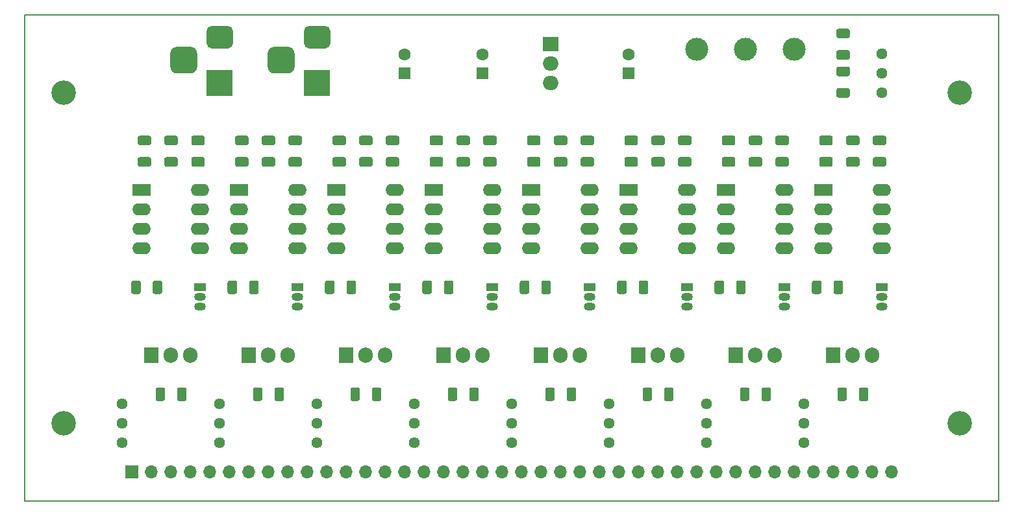
<source format=gbr>
G04 #@! TF.GenerationSoftware,KiCad,Pcbnew,5.1.8+dfsg1-1+b1*
G04 #@! TF.CreationDate,2021-05-07T12:02:56-05:00*
G04 #@! TF.ProjectId,potentiosynth,706f7465-6e74-4696-9f73-796e74682e6b,A*
G04 #@! TF.SameCoordinates,Original*
G04 #@! TF.FileFunction,Soldermask,Top*
G04 #@! TF.FilePolarity,Negative*
%FSLAX46Y46*%
G04 Gerber Fmt 4.6, Leading zero omitted, Abs format (unit mm)*
G04 Created by KiCad (PCBNEW 5.1.8+dfsg1-1+b1) date 2021-05-07 12:02:56*
%MOMM*%
%LPD*%
G01*
G04 APERTURE LIST*
G04 #@! TA.AperFunction,Profile*
%ADD10C,0.150000*%
G04 #@! TD*
%ADD11C,1.440000*%
%ADD12C,3.000000*%
%ADD13R,3.500000X3.500000*%
%ADD14O,2.400000X1.600000*%
%ADD15R,2.400000X1.600000*%
%ADD16R,1.500000X1.050000*%
%ADD17O,1.500000X1.050000*%
%ADD18O,1.905000X2.000000*%
%ADD19R,1.905000X2.000000*%
%ADD20O,2.000000X1.905000*%
%ADD21R,2.000000X1.905000*%
%ADD22C,3.200000*%
%ADD23O,1.700000X1.700000*%
%ADD24R,1.700000X1.700000*%
%ADD25C,1.600000*%
%ADD26R,1.600000X1.600000*%
G04 APERTURE END LIST*
D10*
X50800000Y-127000000D02*
X177800000Y-127000000D01*
X50800000Y-63500000D02*
X177800000Y-63500000D01*
X50800000Y-127000000D02*
X50800000Y-63500000D01*
X177800000Y-127000000D02*
X177800000Y-63500000D01*
D11*
X139700000Y-119380000D03*
X139700000Y-116840000D03*
X139700000Y-114300000D03*
G36*
G01*
X157975000Y-112405000D02*
X157975000Y-113655000D01*
G75*
G02*
X157725000Y-113905000I-250000J0D01*
G01*
X156975000Y-113905000D01*
G75*
G02*
X156725000Y-113655000I0J250000D01*
G01*
X156725000Y-112405000D01*
G75*
G02*
X156975000Y-112155000I250000J0D01*
G01*
X157725000Y-112155000D01*
G75*
G02*
X157975000Y-112405000I0J-250000D01*
G01*
G37*
G36*
G01*
X160775000Y-112405000D02*
X160775000Y-113655000D01*
G75*
G02*
X160525000Y-113905000I-250000J0D01*
G01*
X159775000Y-113905000D01*
G75*
G02*
X159525000Y-113655000I0J250000D01*
G01*
X159525000Y-112405000D01*
G75*
G02*
X159775000Y-112155000I250000J0D01*
G01*
X160525000Y-112155000D01*
G75*
G02*
X160775000Y-112405000I0J-250000D01*
G01*
G37*
G36*
G01*
X145275000Y-112405000D02*
X145275000Y-113655000D01*
G75*
G02*
X145025000Y-113905000I-250000J0D01*
G01*
X144275000Y-113905000D01*
G75*
G02*
X144025000Y-113655000I0J250000D01*
G01*
X144025000Y-112405000D01*
G75*
G02*
X144275000Y-112155000I250000J0D01*
G01*
X145025000Y-112155000D01*
G75*
G02*
X145275000Y-112405000I0J-250000D01*
G01*
G37*
G36*
G01*
X148075000Y-112405000D02*
X148075000Y-113655000D01*
G75*
G02*
X147825000Y-113905000I-250000J0D01*
G01*
X147075000Y-113905000D01*
G75*
G02*
X146825000Y-113655000I0J250000D01*
G01*
X146825000Y-112405000D01*
G75*
G02*
X147075000Y-112155000I250000J0D01*
G01*
X147825000Y-112155000D01*
G75*
G02*
X148075000Y-112405000I0J-250000D01*
G01*
G37*
G36*
G01*
X132575000Y-112405000D02*
X132575000Y-113655000D01*
G75*
G02*
X132325000Y-113905000I-250000J0D01*
G01*
X131575000Y-113905000D01*
G75*
G02*
X131325000Y-113655000I0J250000D01*
G01*
X131325000Y-112405000D01*
G75*
G02*
X131575000Y-112155000I250000J0D01*
G01*
X132325000Y-112155000D01*
G75*
G02*
X132575000Y-112405000I0J-250000D01*
G01*
G37*
G36*
G01*
X135375000Y-112405000D02*
X135375000Y-113655000D01*
G75*
G02*
X135125000Y-113905000I-250000J0D01*
G01*
X134375000Y-113905000D01*
G75*
G02*
X134125000Y-113655000I0J250000D01*
G01*
X134125000Y-112405000D01*
G75*
G02*
X134375000Y-112155000I250000J0D01*
G01*
X135125000Y-112155000D01*
G75*
G02*
X135375000Y-112405000I0J-250000D01*
G01*
G37*
G36*
G01*
X119875000Y-112405000D02*
X119875000Y-113655000D01*
G75*
G02*
X119625000Y-113905000I-250000J0D01*
G01*
X118875000Y-113905000D01*
G75*
G02*
X118625000Y-113655000I0J250000D01*
G01*
X118625000Y-112405000D01*
G75*
G02*
X118875000Y-112155000I250000J0D01*
G01*
X119625000Y-112155000D01*
G75*
G02*
X119875000Y-112405000I0J-250000D01*
G01*
G37*
G36*
G01*
X122675000Y-112405000D02*
X122675000Y-113655000D01*
G75*
G02*
X122425000Y-113905000I-250000J0D01*
G01*
X121675000Y-113905000D01*
G75*
G02*
X121425000Y-113655000I0J250000D01*
G01*
X121425000Y-112405000D01*
G75*
G02*
X121675000Y-112155000I250000J0D01*
G01*
X122425000Y-112155000D01*
G75*
G02*
X122675000Y-112405000I0J-250000D01*
G01*
G37*
G36*
G01*
X107175000Y-112405000D02*
X107175000Y-113655000D01*
G75*
G02*
X106925000Y-113905000I-250000J0D01*
G01*
X106175000Y-113905000D01*
G75*
G02*
X105925000Y-113655000I0J250000D01*
G01*
X105925000Y-112405000D01*
G75*
G02*
X106175000Y-112155000I250000J0D01*
G01*
X106925000Y-112155000D01*
G75*
G02*
X107175000Y-112405000I0J-250000D01*
G01*
G37*
G36*
G01*
X109975000Y-112405000D02*
X109975000Y-113655000D01*
G75*
G02*
X109725000Y-113905000I-250000J0D01*
G01*
X108975000Y-113905000D01*
G75*
G02*
X108725000Y-113655000I0J250000D01*
G01*
X108725000Y-112405000D01*
G75*
G02*
X108975000Y-112155000I250000J0D01*
G01*
X109725000Y-112155000D01*
G75*
G02*
X109975000Y-112405000I0J-250000D01*
G01*
G37*
G36*
G01*
X94475000Y-112405000D02*
X94475000Y-113655000D01*
G75*
G02*
X94225000Y-113905000I-250000J0D01*
G01*
X93475000Y-113905000D01*
G75*
G02*
X93225000Y-113655000I0J250000D01*
G01*
X93225000Y-112405000D01*
G75*
G02*
X93475000Y-112155000I250000J0D01*
G01*
X94225000Y-112155000D01*
G75*
G02*
X94475000Y-112405000I0J-250000D01*
G01*
G37*
G36*
G01*
X97275000Y-112405000D02*
X97275000Y-113655000D01*
G75*
G02*
X97025000Y-113905000I-250000J0D01*
G01*
X96275000Y-113905000D01*
G75*
G02*
X96025000Y-113655000I0J250000D01*
G01*
X96025000Y-112405000D01*
G75*
G02*
X96275000Y-112155000I250000J0D01*
G01*
X97025000Y-112155000D01*
G75*
G02*
X97275000Y-112405000I0J-250000D01*
G01*
G37*
G36*
G01*
X81775000Y-112405000D02*
X81775000Y-113655000D01*
G75*
G02*
X81525000Y-113905000I-250000J0D01*
G01*
X80775000Y-113905000D01*
G75*
G02*
X80525000Y-113655000I0J250000D01*
G01*
X80525000Y-112405000D01*
G75*
G02*
X80775000Y-112155000I250000J0D01*
G01*
X81525000Y-112155000D01*
G75*
G02*
X81775000Y-112405000I0J-250000D01*
G01*
G37*
G36*
G01*
X84575000Y-112405000D02*
X84575000Y-113655000D01*
G75*
G02*
X84325000Y-113905000I-250000J0D01*
G01*
X83575000Y-113905000D01*
G75*
G02*
X83325000Y-113655000I0J250000D01*
G01*
X83325000Y-112405000D01*
G75*
G02*
X83575000Y-112155000I250000J0D01*
G01*
X84325000Y-112155000D01*
G75*
G02*
X84575000Y-112405000I0J-250000D01*
G01*
G37*
G36*
G01*
X69075000Y-112405000D02*
X69075000Y-113655000D01*
G75*
G02*
X68825000Y-113905000I-250000J0D01*
G01*
X68075000Y-113905000D01*
G75*
G02*
X67825000Y-113655000I0J250000D01*
G01*
X67825000Y-112405000D01*
G75*
G02*
X68075000Y-112155000I250000J0D01*
G01*
X68825000Y-112155000D01*
G75*
G02*
X69075000Y-112405000I0J-250000D01*
G01*
G37*
G36*
G01*
X71875000Y-112405000D02*
X71875000Y-113655000D01*
G75*
G02*
X71625000Y-113905000I-250000J0D01*
G01*
X70875000Y-113905000D01*
G75*
G02*
X70625000Y-113655000I0J250000D01*
G01*
X70625000Y-112405000D01*
G75*
G02*
X70875000Y-112155000I250000J0D01*
G01*
X71625000Y-112155000D01*
G75*
G02*
X71875000Y-112405000I0J-250000D01*
G01*
G37*
G36*
G01*
X158105000Y-66535000D02*
X156855000Y-66535000D01*
G75*
G02*
X156605000Y-66285000I0J250000D01*
G01*
X156605000Y-65535000D01*
G75*
G02*
X156855000Y-65285000I250000J0D01*
G01*
X158105000Y-65285000D01*
G75*
G02*
X158355000Y-65535000I0J-250000D01*
G01*
X158355000Y-66285000D01*
G75*
G02*
X158105000Y-66535000I-250000J0D01*
G01*
G37*
G36*
G01*
X158105000Y-69335000D02*
X156855000Y-69335000D01*
G75*
G02*
X156605000Y-69085000I0J250000D01*
G01*
X156605000Y-68335000D01*
G75*
G02*
X156855000Y-68085000I250000J0D01*
G01*
X158105000Y-68085000D01*
G75*
G02*
X158355000Y-68335000I0J-250000D01*
G01*
X158355000Y-69085000D01*
G75*
G02*
X158105000Y-69335000I-250000J0D01*
G01*
G37*
G36*
G01*
X158105000Y-71485000D02*
X156855000Y-71485000D01*
G75*
G02*
X156605000Y-71235000I0J250000D01*
G01*
X156605000Y-70485000D01*
G75*
G02*
X156855000Y-70235000I250000J0D01*
G01*
X158105000Y-70235000D01*
G75*
G02*
X158355000Y-70485000I0J-250000D01*
G01*
X158355000Y-71235000D01*
G75*
G02*
X158105000Y-71485000I-250000J0D01*
G01*
G37*
G36*
G01*
X158105000Y-74285000D02*
X156855000Y-74285000D01*
G75*
G02*
X156605000Y-74035000I0J250000D01*
G01*
X156605000Y-73285000D01*
G75*
G02*
X156855000Y-73035000I250000J0D01*
G01*
X158105000Y-73035000D01*
G75*
G02*
X158355000Y-73285000I0J-250000D01*
G01*
X158355000Y-74035000D01*
G75*
G02*
X158105000Y-74285000I-250000J0D01*
G01*
G37*
D12*
X151130000Y-67945000D03*
G36*
G01*
X159375000Y-80505000D02*
X158125000Y-80505000D01*
G75*
G02*
X157875000Y-80255000I0J250000D01*
G01*
X157875000Y-79505000D01*
G75*
G02*
X158125000Y-79255000I250000J0D01*
G01*
X159375000Y-79255000D01*
G75*
G02*
X159625000Y-79505000I0J-250000D01*
G01*
X159625000Y-80255000D01*
G75*
G02*
X159375000Y-80505000I-250000J0D01*
G01*
G37*
G36*
G01*
X159375000Y-83305000D02*
X158125000Y-83305000D01*
G75*
G02*
X157875000Y-83055000I0J250000D01*
G01*
X157875000Y-82305000D01*
G75*
G02*
X158125000Y-82055000I250000J0D01*
G01*
X159375000Y-82055000D01*
G75*
G02*
X159625000Y-82305000I0J-250000D01*
G01*
X159625000Y-83055000D01*
G75*
G02*
X159375000Y-83305000I-250000J0D01*
G01*
G37*
G36*
G01*
X146675000Y-80505000D02*
X145425000Y-80505000D01*
G75*
G02*
X145175000Y-80255000I0J250000D01*
G01*
X145175000Y-79505000D01*
G75*
G02*
X145425000Y-79255000I250000J0D01*
G01*
X146675000Y-79255000D01*
G75*
G02*
X146925000Y-79505000I0J-250000D01*
G01*
X146925000Y-80255000D01*
G75*
G02*
X146675000Y-80505000I-250000J0D01*
G01*
G37*
G36*
G01*
X146675000Y-83305000D02*
X145425000Y-83305000D01*
G75*
G02*
X145175000Y-83055000I0J250000D01*
G01*
X145175000Y-82305000D01*
G75*
G02*
X145425000Y-82055000I250000J0D01*
G01*
X146675000Y-82055000D01*
G75*
G02*
X146925000Y-82305000I0J-250000D01*
G01*
X146925000Y-83055000D01*
G75*
G02*
X146675000Y-83305000I-250000J0D01*
G01*
G37*
G36*
G01*
X133975000Y-80505000D02*
X132725000Y-80505000D01*
G75*
G02*
X132475000Y-80255000I0J250000D01*
G01*
X132475000Y-79505000D01*
G75*
G02*
X132725000Y-79255000I250000J0D01*
G01*
X133975000Y-79255000D01*
G75*
G02*
X134225000Y-79505000I0J-250000D01*
G01*
X134225000Y-80255000D01*
G75*
G02*
X133975000Y-80505000I-250000J0D01*
G01*
G37*
G36*
G01*
X133975000Y-83305000D02*
X132725000Y-83305000D01*
G75*
G02*
X132475000Y-83055000I0J250000D01*
G01*
X132475000Y-82305000D01*
G75*
G02*
X132725000Y-82055000I250000J0D01*
G01*
X133975000Y-82055000D01*
G75*
G02*
X134225000Y-82305000I0J-250000D01*
G01*
X134225000Y-83055000D01*
G75*
G02*
X133975000Y-83305000I-250000J0D01*
G01*
G37*
G36*
G01*
X121275000Y-80505000D02*
X120025000Y-80505000D01*
G75*
G02*
X119775000Y-80255000I0J250000D01*
G01*
X119775000Y-79505000D01*
G75*
G02*
X120025000Y-79255000I250000J0D01*
G01*
X121275000Y-79255000D01*
G75*
G02*
X121525000Y-79505000I0J-250000D01*
G01*
X121525000Y-80255000D01*
G75*
G02*
X121275000Y-80505000I-250000J0D01*
G01*
G37*
G36*
G01*
X121275000Y-83305000D02*
X120025000Y-83305000D01*
G75*
G02*
X119775000Y-83055000I0J250000D01*
G01*
X119775000Y-82305000D01*
G75*
G02*
X120025000Y-82055000I250000J0D01*
G01*
X121275000Y-82055000D01*
G75*
G02*
X121525000Y-82305000I0J-250000D01*
G01*
X121525000Y-83055000D01*
G75*
G02*
X121275000Y-83305000I-250000J0D01*
G01*
G37*
G36*
G01*
X108575000Y-80505000D02*
X107325000Y-80505000D01*
G75*
G02*
X107075000Y-80255000I0J250000D01*
G01*
X107075000Y-79505000D01*
G75*
G02*
X107325000Y-79255000I250000J0D01*
G01*
X108575000Y-79255000D01*
G75*
G02*
X108825000Y-79505000I0J-250000D01*
G01*
X108825000Y-80255000D01*
G75*
G02*
X108575000Y-80505000I-250000J0D01*
G01*
G37*
G36*
G01*
X108575000Y-83305000D02*
X107325000Y-83305000D01*
G75*
G02*
X107075000Y-83055000I0J250000D01*
G01*
X107075000Y-82305000D01*
G75*
G02*
X107325000Y-82055000I250000J0D01*
G01*
X108575000Y-82055000D01*
G75*
G02*
X108825000Y-82305000I0J-250000D01*
G01*
X108825000Y-83055000D01*
G75*
G02*
X108575000Y-83305000I-250000J0D01*
G01*
G37*
G36*
G01*
X95875000Y-80505000D02*
X94625000Y-80505000D01*
G75*
G02*
X94375000Y-80255000I0J250000D01*
G01*
X94375000Y-79505000D01*
G75*
G02*
X94625000Y-79255000I250000J0D01*
G01*
X95875000Y-79255000D01*
G75*
G02*
X96125000Y-79505000I0J-250000D01*
G01*
X96125000Y-80255000D01*
G75*
G02*
X95875000Y-80505000I-250000J0D01*
G01*
G37*
G36*
G01*
X95875000Y-83305000D02*
X94625000Y-83305000D01*
G75*
G02*
X94375000Y-83055000I0J250000D01*
G01*
X94375000Y-82305000D01*
G75*
G02*
X94625000Y-82055000I250000J0D01*
G01*
X95875000Y-82055000D01*
G75*
G02*
X96125000Y-82305000I0J-250000D01*
G01*
X96125000Y-83055000D01*
G75*
G02*
X95875000Y-83305000I-250000J0D01*
G01*
G37*
G36*
G01*
X83175000Y-80505000D02*
X81925000Y-80505000D01*
G75*
G02*
X81675000Y-80255000I0J250000D01*
G01*
X81675000Y-79505000D01*
G75*
G02*
X81925000Y-79255000I250000J0D01*
G01*
X83175000Y-79255000D01*
G75*
G02*
X83425000Y-79505000I0J-250000D01*
G01*
X83425000Y-80255000D01*
G75*
G02*
X83175000Y-80505000I-250000J0D01*
G01*
G37*
G36*
G01*
X83175000Y-83305000D02*
X81925000Y-83305000D01*
G75*
G02*
X81675000Y-83055000I0J250000D01*
G01*
X81675000Y-82305000D01*
G75*
G02*
X81925000Y-82055000I250000J0D01*
G01*
X83175000Y-82055000D01*
G75*
G02*
X83425000Y-82305000I0J-250000D01*
G01*
X83425000Y-83055000D01*
G75*
G02*
X83175000Y-83305000I-250000J0D01*
G01*
G37*
G36*
G01*
X70475000Y-80505000D02*
X69225000Y-80505000D01*
G75*
G02*
X68975000Y-80255000I0J250000D01*
G01*
X68975000Y-79505000D01*
G75*
G02*
X69225000Y-79255000I250000J0D01*
G01*
X70475000Y-79255000D01*
G75*
G02*
X70725000Y-79505000I0J-250000D01*
G01*
X70725000Y-80255000D01*
G75*
G02*
X70475000Y-80505000I-250000J0D01*
G01*
G37*
G36*
G01*
X70475000Y-83305000D02*
X69225000Y-83305000D01*
G75*
G02*
X68975000Y-83055000I0J250000D01*
G01*
X68975000Y-82305000D01*
G75*
G02*
X69225000Y-82055000I250000J0D01*
G01*
X70475000Y-82055000D01*
G75*
G02*
X70725000Y-82305000I0J-250000D01*
G01*
X70725000Y-83055000D01*
G75*
G02*
X70475000Y-83305000I-250000J0D01*
G01*
G37*
G36*
G01*
X162852500Y-80505000D02*
X161602500Y-80505000D01*
G75*
G02*
X161352500Y-80255000I0J250000D01*
G01*
X161352500Y-79505000D01*
G75*
G02*
X161602500Y-79255000I250000J0D01*
G01*
X162852500Y-79255000D01*
G75*
G02*
X163102500Y-79505000I0J-250000D01*
G01*
X163102500Y-80255000D01*
G75*
G02*
X162852500Y-80505000I-250000J0D01*
G01*
G37*
G36*
G01*
X162852500Y-83305000D02*
X161602500Y-83305000D01*
G75*
G02*
X161352500Y-83055000I0J250000D01*
G01*
X161352500Y-82305000D01*
G75*
G02*
X161602500Y-82055000I250000J0D01*
G01*
X162852500Y-82055000D01*
G75*
G02*
X163102500Y-82305000I0J-250000D01*
G01*
X163102500Y-83055000D01*
G75*
G02*
X162852500Y-83305000I-250000J0D01*
G01*
G37*
G36*
G01*
X150152500Y-80505000D02*
X148902500Y-80505000D01*
G75*
G02*
X148652500Y-80255000I0J250000D01*
G01*
X148652500Y-79505000D01*
G75*
G02*
X148902500Y-79255000I250000J0D01*
G01*
X150152500Y-79255000D01*
G75*
G02*
X150402500Y-79505000I0J-250000D01*
G01*
X150402500Y-80255000D01*
G75*
G02*
X150152500Y-80505000I-250000J0D01*
G01*
G37*
G36*
G01*
X150152500Y-83305000D02*
X148902500Y-83305000D01*
G75*
G02*
X148652500Y-83055000I0J250000D01*
G01*
X148652500Y-82305000D01*
G75*
G02*
X148902500Y-82055000I250000J0D01*
G01*
X150152500Y-82055000D01*
G75*
G02*
X150402500Y-82305000I0J-250000D01*
G01*
X150402500Y-83055000D01*
G75*
G02*
X150152500Y-83305000I-250000J0D01*
G01*
G37*
G36*
G01*
X137452500Y-80505000D02*
X136202500Y-80505000D01*
G75*
G02*
X135952500Y-80255000I0J250000D01*
G01*
X135952500Y-79505000D01*
G75*
G02*
X136202500Y-79255000I250000J0D01*
G01*
X137452500Y-79255000D01*
G75*
G02*
X137702500Y-79505000I0J-250000D01*
G01*
X137702500Y-80255000D01*
G75*
G02*
X137452500Y-80505000I-250000J0D01*
G01*
G37*
G36*
G01*
X137452500Y-83305000D02*
X136202500Y-83305000D01*
G75*
G02*
X135952500Y-83055000I0J250000D01*
G01*
X135952500Y-82305000D01*
G75*
G02*
X136202500Y-82055000I250000J0D01*
G01*
X137452500Y-82055000D01*
G75*
G02*
X137702500Y-82305000I0J-250000D01*
G01*
X137702500Y-83055000D01*
G75*
G02*
X137452500Y-83305000I-250000J0D01*
G01*
G37*
G36*
G01*
X124752500Y-80505000D02*
X123502500Y-80505000D01*
G75*
G02*
X123252500Y-80255000I0J250000D01*
G01*
X123252500Y-79505000D01*
G75*
G02*
X123502500Y-79255000I250000J0D01*
G01*
X124752500Y-79255000D01*
G75*
G02*
X125002500Y-79505000I0J-250000D01*
G01*
X125002500Y-80255000D01*
G75*
G02*
X124752500Y-80505000I-250000J0D01*
G01*
G37*
G36*
G01*
X124752500Y-83305000D02*
X123502500Y-83305000D01*
G75*
G02*
X123252500Y-83055000I0J250000D01*
G01*
X123252500Y-82305000D01*
G75*
G02*
X123502500Y-82055000I250000J0D01*
G01*
X124752500Y-82055000D01*
G75*
G02*
X125002500Y-82305000I0J-250000D01*
G01*
X125002500Y-83055000D01*
G75*
G02*
X124752500Y-83305000I-250000J0D01*
G01*
G37*
G36*
G01*
X112052500Y-80505000D02*
X110802500Y-80505000D01*
G75*
G02*
X110552500Y-80255000I0J250000D01*
G01*
X110552500Y-79505000D01*
G75*
G02*
X110802500Y-79255000I250000J0D01*
G01*
X112052500Y-79255000D01*
G75*
G02*
X112302500Y-79505000I0J-250000D01*
G01*
X112302500Y-80255000D01*
G75*
G02*
X112052500Y-80505000I-250000J0D01*
G01*
G37*
G36*
G01*
X112052500Y-83305000D02*
X110802500Y-83305000D01*
G75*
G02*
X110552500Y-83055000I0J250000D01*
G01*
X110552500Y-82305000D01*
G75*
G02*
X110802500Y-82055000I250000J0D01*
G01*
X112052500Y-82055000D01*
G75*
G02*
X112302500Y-82305000I0J-250000D01*
G01*
X112302500Y-83055000D01*
G75*
G02*
X112052500Y-83305000I-250000J0D01*
G01*
G37*
G36*
G01*
X99352500Y-80505000D02*
X98102500Y-80505000D01*
G75*
G02*
X97852500Y-80255000I0J250000D01*
G01*
X97852500Y-79505000D01*
G75*
G02*
X98102500Y-79255000I250000J0D01*
G01*
X99352500Y-79255000D01*
G75*
G02*
X99602500Y-79505000I0J-250000D01*
G01*
X99602500Y-80255000D01*
G75*
G02*
X99352500Y-80505000I-250000J0D01*
G01*
G37*
G36*
G01*
X99352500Y-83305000D02*
X98102500Y-83305000D01*
G75*
G02*
X97852500Y-83055000I0J250000D01*
G01*
X97852500Y-82305000D01*
G75*
G02*
X98102500Y-82055000I250000J0D01*
G01*
X99352500Y-82055000D01*
G75*
G02*
X99602500Y-82305000I0J-250000D01*
G01*
X99602500Y-83055000D01*
G75*
G02*
X99352500Y-83305000I-250000J0D01*
G01*
G37*
G36*
G01*
X86652500Y-80505000D02*
X85402500Y-80505000D01*
G75*
G02*
X85152500Y-80255000I0J250000D01*
G01*
X85152500Y-79505000D01*
G75*
G02*
X85402500Y-79255000I250000J0D01*
G01*
X86652500Y-79255000D01*
G75*
G02*
X86902500Y-79505000I0J-250000D01*
G01*
X86902500Y-80255000D01*
G75*
G02*
X86652500Y-80505000I-250000J0D01*
G01*
G37*
G36*
G01*
X86652500Y-83305000D02*
X85402500Y-83305000D01*
G75*
G02*
X85152500Y-83055000I0J250000D01*
G01*
X85152500Y-82305000D01*
G75*
G02*
X85402500Y-82055000I250000J0D01*
G01*
X86652500Y-82055000D01*
G75*
G02*
X86902500Y-82305000I0J-250000D01*
G01*
X86902500Y-83055000D01*
G75*
G02*
X86652500Y-83305000I-250000J0D01*
G01*
G37*
G36*
G01*
X73982500Y-80505000D02*
X72732500Y-80505000D01*
G75*
G02*
X72482500Y-80255000I0J250000D01*
G01*
X72482500Y-79505000D01*
G75*
G02*
X72732500Y-79255000I250000J0D01*
G01*
X73982500Y-79255000D01*
G75*
G02*
X74232500Y-79505000I0J-250000D01*
G01*
X74232500Y-80255000D01*
G75*
G02*
X73982500Y-80505000I-250000J0D01*
G01*
G37*
G36*
G01*
X73982500Y-83305000D02*
X72732500Y-83305000D01*
G75*
G02*
X72482500Y-83055000I0J250000D01*
G01*
X72482500Y-82305000D01*
G75*
G02*
X72732500Y-82055000I250000J0D01*
G01*
X73982500Y-82055000D01*
G75*
G02*
X74232500Y-82305000I0J-250000D01*
G01*
X74232500Y-83055000D01*
G75*
G02*
X73982500Y-83305000I-250000J0D01*
G01*
G37*
G36*
G01*
X154670000Y-98435000D02*
X154670000Y-99685000D01*
G75*
G02*
X154420000Y-99935000I-250000J0D01*
G01*
X153670000Y-99935000D01*
G75*
G02*
X153420000Y-99685000I0J250000D01*
G01*
X153420000Y-98435000D01*
G75*
G02*
X153670000Y-98185000I250000J0D01*
G01*
X154420000Y-98185000D01*
G75*
G02*
X154670000Y-98435000I0J-250000D01*
G01*
G37*
G36*
G01*
X157470000Y-98435000D02*
X157470000Y-99685000D01*
G75*
G02*
X157220000Y-99935000I-250000J0D01*
G01*
X156470000Y-99935000D01*
G75*
G02*
X156220000Y-99685000I0J250000D01*
G01*
X156220000Y-98435000D01*
G75*
G02*
X156470000Y-98185000I250000J0D01*
G01*
X157220000Y-98185000D01*
G75*
G02*
X157470000Y-98435000I0J-250000D01*
G01*
G37*
G36*
G01*
X141970000Y-98435000D02*
X141970000Y-99685000D01*
G75*
G02*
X141720000Y-99935000I-250000J0D01*
G01*
X140970000Y-99935000D01*
G75*
G02*
X140720000Y-99685000I0J250000D01*
G01*
X140720000Y-98435000D01*
G75*
G02*
X140970000Y-98185000I250000J0D01*
G01*
X141720000Y-98185000D01*
G75*
G02*
X141970000Y-98435000I0J-250000D01*
G01*
G37*
G36*
G01*
X144770000Y-98435000D02*
X144770000Y-99685000D01*
G75*
G02*
X144520000Y-99935000I-250000J0D01*
G01*
X143770000Y-99935000D01*
G75*
G02*
X143520000Y-99685000I0J250000D01*
G01*
X143520000Y-98435000D01*
G75*
G02*
X143770000Y-98185000I250000J0D01*
G01*
X144520000Y-98185000D01*
G75*
G02*
X144770000Y-98435000I0J-250000D01*
G01*
G37*
G36*
G01*
X129270000Y-98435000D02*
X129270000Y-99685000D01*
G75*
G02*
X129020000Y-99935000I-250000J0D01*
G01*
X128270000Y-99935000D01*
G75*
G02*
X128020000Y-99685000I0J250000D01*
G01*
X128020000Y-98435000D01*
G75*
G02*
X128270000Y-98185000I250000J0D01*
G01*
X129020000Y-98185000D01*
G75*
G02*
X129270000Y-98435000I0J-250000D01*
G01*
G37*
G36*
G01*
X132070000Y-98435000D02*
X132070000Y-99685000D01*
G75*
G02*
X131820000Y-99935000I-250000J0D01*
G01*
X131070000Y-99935000D01*
G75*
G02*
X130820000Y-99685000I0J250000D01*
G01*
X130820000Y-98435000D01*
G75*
G02*
X131070000Y-98185000I250000J0D01*
G01*
X131820000Y-98185000D01*
G75*
G02*
X132070000Y-98435000I0J-250000D01*
G01*
G37*
G36*
G01*
X116570000Y-98435000D02*
X116570000Y-99685000D01*
G75*
G02*
X116320000Y-99935000I-250000J0D01*
G01*
X115570000Y-99935000D01*
G75*
G02*
X115320000Y-99685000I0J250000D01*
G01*
X115320000Y-98435000D01*
G75*
G02*
X115570000Y-98185000I250000J0D01*
G01*
X116320000Y-98185000D01*
G75*
G02*
X116570000Y-98435000I0J-250000D01*
G01*
G37*
G36*
G01*
X119370000Y-98435000D02*
X119370000Y-99685000D01*
G75*
G02*
X119120000Y-99935000I-250000J0D01*
G01*
X118370000Y-99935000D01*
G75*
G02*
X118120000Y-99685000I0J250000D01*
G01*
X118120000Y-98435000D01*
G75*
G02*
X118370000Y-98185000I250000J0D01*
G01*
X119120000Y-98185000D01*
G75*
G02*
X119370000Y-98435000I0J-250000D01*
G01*
G37*
G36*
G01*
X103870000Y-98435000D02*
X103870000Y-99685000D01*
G75*
G02*
X103620000Y-99935000I-250000J0D01*
G01*
X102870000Y-99935000D01*
G75*
G02*
X102620000Y-99685000I0J250000D01*
G01*
X102620000Y-98435000D01*
G75*
G02*
X102870000Y-98185000I250000J0D01*
G01*
X103620000Y-98185000D01*
G75*
G02*
X103870000Y-98435000I0J-250000D01*
G01*
G37*
G36*
G01*
X106670000Y-98435000D02*
X106670000Y-99685000D01*
G75*
G02*
X106420000Y-99935000I-250000J0D01*
G01*
X105670000Y-99935000D01*
G75*
G02*
X105420000Y-99685000I0J250000D01*
G01*
X105420000Y-98435000D01*
G75*
G02*
X105670000Y-98185000I250000J0D01*
G01*
X106420000Y-98185000D01*
G75*
G02*
X106670000Y-98435000I0J-250000D01*
G01*
G37*
G36*
G01*
X91170000Y-98435000D02*
X91170000Y-99685000D01*
G75*
G02*
X90920000Y-99935000I-250000J0D01*
G01*
X90170000Y-99935000D01*
G75*
G02*
X89920000Y-99685000I0J250000D01*
G01*
X89920000Y-98435000D01*
G75*
G02*
X90170000Y-98185000I250000J0D01*
G01*
X90920000Y-98185000D01*
G75*
G02*
X91170000Y-98435000I0J-250000D01*
G01*
G37*
G36*
G01*
X93970000Y-98435000D02*
X93970000Y-99685000D01*
G75*
G02*
X93720000Y-99935000I-250000J0D01*
G01*
X92970000Y-99935000D01*
G75*
G02*
X92720000Y-99685000I0J250000D01*
G01*
X92720000Y-98435000D01*
G75*
G02*
X92970000Y-98185000I250000J0D01*
G01*
X93720000Y-98185000D01*
G75*
G02*
X93970000Y-98435000I0J-250000D01*
G01*
G37*
G36*
G01*
X78470000Y-98435000D02*
X78470000Y-99685000D01*
G75*
G02*
X78220000Y-99935000I-250000J0D01*
G01*
X77470000Y-99935000D01*
G75*
G02*
X77220000Y-99685000I0J250000D01*
G01*
X77220000Y-98435000D01*
G75*
G02*
X77470000Y-98185000I250000J0D01*
G01*
X78220000Y-98185000D01*
G75*
G02*
X78470000Y-98435000I0J-250000D01*
G01*
G37*
G36*
G01*
X81270000Y-98435000D02*
X81270000Y-99685000D01*
G75*
G02*
X81020000Y-99935000I-250000J0D01*
G01*
X80270000Y-99935000D01*
G75*
G02*
X80020000Y-99685000I0J250000D01*
G01*
X80020000Y-98435000D01*
G75*
G02*
X80270000Y-98185000I250000J0D01*
G01*
X81020000Y-98185000D01*
G75*
G02*
X81270000Y-98435000I0J-250000D01*
G01*
G37*
G36*
G01*
X65900000Y-98435000D02*
X65900000Y-99685000D01*
G75*
G02*
X65650000Y-99935000I-250000J0D01*
G01*
X64900000Y-99935000D01*
G75*
G02*
X64650000Y-99685000I0J250000D01*
G01*
X64650000Y-98435000D01*
G75*
G02*
X64900000Y-98185000I250000J0D01*
G01*
X65650000Y-98185000D01*
G75*
G02*
X65900000Y-98435000I0J-250000D01*
G01*
G37*
G36*
G01*
X68700000Y-98435000D02*
X68700000Y-99685000D01*
G75*
G02*
X68450000Y-99935000I-250000J0D01*
G01*
X67700000Y-99935000D01*
G75*
G02*
X67450000Y-99685000I0J250000D01*
G01*
X67450000Y-98435000D01*
G75*
G02*
X67700000Y-98185000I250000J0D01*
G01*
X68450000Y-98185000D01*
G75*
G02*
X68700000Y-98435000I0J-250000D01*
G01*
G37*
G36*
G01*
X154617500Y-82055000D02*
X155867500Y-82055000D01*
G75*
G02*
X156117500Y-82305000I0J-250000D01*
G01*
X156117500Y-83055000D01*
G75*
G02*
X155867500Y-83305000I-250000J0D01*
G01*
X154617500Y-83305000D01*
G75*
G02*
X154367500Y-83055000I0J250000D01*
G01*
X154367500Y-82305000D01*
G75*
G02*
X154617500Y-82055000I250000J0D01*
G01*
G37*
G36*
G01*
X154617500Y-79255000D02*
X155867500Y-79255000D01*
G75*
G02*
X156117500Y-79505000I0J-250000D01*
G01*
X156117500Y-80255000D01*
G75*
G02*
X155867500Y-80505000I-250000J0D01*
G01*
X154617500Y-80505000D01*
G75*
G02*
X154367500Y-80255000I0J250000D01*
G01*
X154367500Y-79505000D01*
G75*
G02*
X154617500Y-79255000I250000J0D01*
G01*
G37*
G36*
G01*
X141917500Y-82055000D02*
X143167500Y-82055000D01*
G75*
G02*
X143417500Y-82305000I0J-250000D01*
G01*
X143417500Y-83055000D01*
G75*
G02*
X143167500Y-83305000I-250000J0D01*
G01*
X141917500Y-83305000D01*
G75*
G02*
X141667500Y-83055000I0J250000D01*
G01*
X141667500Y-82305000D01*
G75*
G02*
X141917500Y-82055000I250000J0D01*
G01*
G37*
G36*
G01*
X141917500Y-79255000D02*
X143167500Y-79255000D01*
G75*
G02*
X143417500Y-79505000I0J-250000D01*
G01*
X143417500Y-80255000D01*
G75*
G02*
X143167500Y-80505000I-250000J0D01*
G01*
X141917500Y-80505000D01*
G75*
G02*
X141667500Y-80255000I0J250000D01*
G01*
X141667500Y-79505000D01*
G75*
G02*
X141917500Y-79255000I250000J0D01*
G01*
G37*
G36*
G01*
X129217500Y-82055000D02*
X130467500Y-82055000D01*
G75*
G02*
X130717500Y-82305000I0J-250000D01*
G01*
X130717500Y-83055000D01*
G75*
G02*
X130467500Y-83305000I-250000J0D01*
G01*
X129217500Y-83305000D01*
G75*
G02*
X128967500Y-83055000I0J250000D01*
G01*
X128967500Y-82305000D01*
G75*
G02*
X129217500Y-82055000I250000J0D01*
G01*
G37*
G36*
G01*
X129217500Y-79255000D02*
X130467500Y-79255000D01*
G75*
G02*
X130717500Y-79505000I0J-250000D01*
G01*
X130717500Y-80255000D01*
G75*
G02*
X130467500Y-80505000I-250000J0D01*
G01*
X129217500Y-80505000D01*
G75*
G02*
X128967500Y-80255000I0J250000D01*
G01*
X128967500Y-79505000D01*
G75*
G02*
X129217500Y-79255000I250000J0D01*
G01*
G37*
G36*
G01*
X116517500Y-82055000D02*
X117767500Y-82055000D01*
G75*
G02*
X118017500Y-82305000I0J-250000D01*
G01*
X118017500Y-83055000D01*
G75*
G02*
X117767500Y-83305000I-250000J0D01*
G01*
X116517500Y-83305000D01*
G75*
G02*
X116267500Y-83055000I0J250000D01*
G01*
X116267500Y-82305000D01*
G75*
G02*
X116517500Y-82055000I250000J0D01*
G01*
G37*
G36*
G01*
X116517500Y-79255000D02*
X117767500Y-79255000D01*
G75*
G02*
X118017500Y-79505000I0J-250000D01*
G01*
X118017500Y-80255000D01*
G75*
G02*
X117767500Y-80505000I-250000J0D01*
G01*
X116517500Y-80505000D01*
G75*
G02*
X116267500Y-80255000I0J250000D01*
G01*
X116267500Y-79505000D01*
G75*
G02*
X116517500Y-79255000I250000J0D01*
G01*
G37*
G36*
G01*
X103817500Y-82055000D02*
X105067500Y-82055000D01*
G75*
G02*
X105317500Y-82305000I0J-250000D01*
G01*
X105317500Y-83055000D01*
G75*
G02*
X105067500Y-83305000I-250000J0D01*
G01*
X103817500Y-83305000D01*
G75*
G02*
X103567500Y-83055000I0J250000D01*
G01*
X103567500Y-82305000D01*
G75*
G02*
X103817500Y-82055000I250000J0D01*
G01*
G37*
G36*
G01*
X103817500Y-79255000D02*
X105067500Y-79255000D01*
G75*
G02*
X105317500Y-79505000I0J-250000D01*
G01*
X105317500Y-80255000D01*
G75*
G02*
X105067500Y-80505000I-250000J0D01*
G01*
X103817500Y-80505000D01*
G75*
G02*
X103567500Y-80255000I0J250000D01*
G01*
X103567500Y-79505000D01*
G75*
G02*
X103817500Y-79255000I250000J0D01*
G01*
G37*
G36*
G01*
X91147500Y-82055000D02*
X92397500Y-82055000D01*
G75*
G02*
X92647500Y-82305000I0J-250000D01*
G01*
X92647500Y-83055000D01*
G75*
G02*
X92397500Y-83305000I-250000J0D01*
G01*
X91147500Y-83305000D01*
G75*
G02*
X90897500Y-83055000I0J250000D01*
G01*
X90897500Y-82305000D01*
G75*
G02*
X91147500Y-82055000I250000J0D01*
G01*
G37*
G36*
G01*
X91147500Y-79255000D02*
X92397500Y-79255000D01*
G75*
G02*
X92647500Y-79505000I0J-250000D01*
G01*
X92647500Y-80255000D01*
G75*
G02*
X92397500Y-80505000I-250000J0D01*
G01*
X91147500Y-80505000D01*
G75*
G02*
X90897500Y-80255000I0J250000D01*
G01*
X90897500Y-79505000D01*
G75*
G02*
X91147500Y-79255000I250000J0D01*
G01*
G37*
G36*
G01*
X78447500Y-82055000D02*
X79697500Y-82055000D01*
G75*
G02*
X79947500Y-82305000I0J-250000D01*
G01*
X79947500Y-83055000D01*
G75*
G02*
X79697500Y-83305000I-250000J0D01*
G01*
X78447500Y-83305000D01*
G75*
G02*
X78197500Y-83055000I0J250000D01*
G01*
X78197500Y-82305000D01*
G75*
G02*
X78447500Y-82055000I250000J0D01*
G01*
G37*
G36*
G01*
X78447500Y-79255000D02*
X79697500Y-79255000D01*
G75*
G02*
X79947500Y-79505000I0J-250000D01*
G01*
X79947500Y-80255000D01*
G75*
G02*
X79697500Y-80505000I-250000J0D01*
G01*
X78447500Y-80505000D01*
G75*
G02*
X78197500Y-80255000I0J250000D01*
G01*
X78197500Y-79505000D01*
G75*
G02*
X78447500Y-79255000I250000J0D01*
G01*
G37*
G36*
G01*
X65747500Y-82055000D02*
X66997500Y-82055000D01*
G75*
G02*
X67247500Y-82305000I0J-250000D01*
G01*
X67247500Y-83055000D01*
G75*
G02*
X66997500Y-83305000I-250000J0D01*
G01*
X65747500Y-83305000D01*
G75*
G02*
X65497500Y-83055000I0J250000D01*
G01*
X65497500Y-82305000D01*
G75*
G02*
X65747500Y-82055000I250000J0D01*
G01*
G37*
G36*
G01*
X65747500Y-79255000D02*
X66997500Y-79255000D01*
G75*
G02*
X67247500Y-79505000I0J-250000D01*
G01*
X67247500Y-80255000D01*
G75*
G02*
X66997500Y-80505000I-250000J0D01*
G01*
X65747500Y-80505000D01*
G75*
G02*
X65497500Y-80255000I0J250000D01*
G01*
X65497500Y-79505000D01*
G75*
G02*
X65747500Y-79255000I250000J0D01*
G01*
G37*
G36*
G01*
X83325000Y-67640000D02*
X85075000Y-67640000D01*
G75*
G02*
X85950000Y-68515000I0J-875000D01*
G01*
X85950000Y-70265000D01*
G75*
G02*
X85075000Y-71140000I-875000J0D01*
G01*
X83325000Y-71140000D01*
G75*
G02*
X82450000Y-70265000I0J875000D01*
G01*
X82450000Y-68515000D01*
G75*
G02*
X83325000Y-67640000I875000J0D01*
G01*
G37*
G36*
G01*
X87900000Y-64890000D02*
X89900000Y-64890000D01*
G75*
G02*
X90650000Y-65640000I0J-750000D01*
G01*
X90650000Y-67140000D01*
G75*
G02*
X89900000Y-67890000I-750000J0D01*
G01*
X87900000Y-67890000D01*
G75*
G02*
X87150000Y-67140000I0J750000D01*
G01*
X87150000Y-65640000D01*
G75*
G02*
X87900000Y-64890000I750000J0D01*
G01*
G37*
D13*
X88900000Y-72390000D03*
G36*
G01*
X70625000Y-67640000D02*
X72375000Y-67640000D01*
G75*
G02*
X73250000Y-68515000I0J-875000D01*
G01*
X73250000Y-70265000D01*
G75*
G02*
X72375000Y-71140000I-875000J0D01*
G01*
X70625000Y-71140000D01*
G75*
G02*
X69750000Y-70265000I0J875000D01*
G01*
X69750000Y-68515000D01*
G75*
G02*
X70625000Y-67640000I875000J0D01*
G01*
G37*
G36*
G01*
X75200000Y-64890000D02*
X77200000Y-64890000D01*
G75*
G02*
X77950000Y-65640000I0J-750000D01*
G01*
X77950000Y-67140000D01*
G75*
G02*
X77200000Y-67890000I-750000J0D01*
G01*
X75200000Y-67890000D01*
G75*
G02*
X74450000Y-67140000I0J750000D01*
G01*
X74450000Y-65640000D01*
G75*
G02*
X75200000Y-64890000I750000J0D01*
G01*
G37*
X76200000Y-72390000D03*
D11*
X76200000Y-119380000D03*
X76200000Y-116840000D03*
X76200000Y-114300000D03*
D14*
X111760000Y-86360000D03*
X104140000Y-93980000D03*
X111760000Y-88900000D03*
X104140000Y-91440000D03*
X111760000Y-91440000D03*
X104140000Y-88900000D03*
X111760000Y-93980000D03*
D15*
X104140000Y-86360000D03*
D14*
X99060000Y-86360000D03*
X91440000Y-93980000D03*
X99060000Y-88900000D03*
X91440000Y-91440000D03*
X99060000Y-91440000D03*
X91440000Y-88900000D03*
X99060000Y-93980000D03*
D15*
X91440000Y-86360000D03*
D14*
X124460000Y-86360000D03*
X116840000Y-93980000D03*
X124460000Y-88900000D03*
X116840000Y-91440000D03*
X124460000Y-91440000D03*
X116840000Y-88900000D03*
X124460000Y-93980000D03*
D15*
X116840000Y-86360000D03*
D14*
X162560000Y-86360000D03*
X154940000Y-93980000D03*
X162560000Y-88900000D03*
X154940000Y-91440000D03*
X162560000Y-91440000D03*
X154940000Y-88900000D03*
X162560000Y-93980000D03*
D15*
X154940000Y-86360000D03*
D14*
X149860000Y-86360000D03*
X142240000Y-93980000D03*
X149860000Y-88900000D03*
X142240000Y-91440000D03*
X149860000Y-91440000D03*
X142240000Y-88900000D03*
X149860000Y-93980000D03*
D15*
X142240000Y-86360000D03*
D14*
X137160000Y-86360000D03*
X129540000Y-93980000D03*
X137160000Y-88900000D03*
X129540000Y-91440000D03*
X137160000Y-91440000D03*
X129540000Y-88900000D03*
X137160000Y-93980000D03*
D15*
X129540000Y-86360000D03*
D14*
X86360000Y-86360000D03*
X78740000Y-93980000D03*
X86360000Y-88900000D03*
X78740000Y-91440000D03*
X86360000Y-91440000D03*
X78740000Y-88900000D03*
X86360000Y-93980000D03*
D15*
X78740000Y-86360000D03*
D14*
X73660000Y-86360000D03*
X66040000Y-93980000D03*
X73660000Y-88900000D03*
X66040000Y-91440000D03*
X73660000Y-91440000D03*
X66040000Y-88900000D03*
X73660000Y-93980000D03*
D15*
X66040000Y-86360000D03*
D11*
X101600000Y-119380000D03*
X101600000Y-116840000D03*
X101600000Y-114300000D03*
X88900000Y-119380000D03*
X88900000Y-116840000D03*
X88900000Y-114300000D03*
X114300000Y-119380000D03*
X114300000Y-116840000D03*
X114300000Y-114300000D03*
X152400000Y-119380000D03*
X152400000Y-116840000D03*
X152400000Y-114300000D03*
X127000000Y-119380000D03*
X127000000Y-116840000D03*
X127000000Y-114300000D03*
X63500000Y-119380000D03*
X63500000Y-116840000D03*
X63500000Y-114300000D03*
D16*
X111760000Y-99060000D03*
D17*
X111760000Y-101600000D03*
X111760000Y-100330000D03*
D16*
X99060000Y-99060000D03*
D17*
X99060000Y-101600000D03*
X99060000Y-100330000D03*
D16*
X124460000Y-99060000D03*
D17*
X124460000Y-101600000D03*
X124460000Y-100330000D03*
D16*
X162560000Y-99060000D03*
D17*
X162560000Y-101600000D03*
X162560000Y-100330000D03*
D16*
X149860000Y-99060000D03*
D17*
X149860000Y-101600000D03*
X149860000Y-100330000D03*
D16*
X137160000Y-99060000D03*
D17*
X137160000Y-101600000D03*
X137160000Y-100330000D03*
D16*
X86360000Y-99060000D03*
D17*
X86360000Y-101600000D03*
X86360000Y-100330000D03*
D16*
X73660000Y-99060000D03*
D17*
X73660000Y-101600000D03*
X73660000Y-100330000D03*
D18*
X110490000Y-107950000D03*
X107950000Y-107950000D03*
D19*
X105410000Y-107950000D03*
D18*
X97790000Y-107950000D03*
X95250000Y-107950000D03*
D19*
X92710000Y-107950000D03*
D18*
X123190000Y-107950000D03*
X120650000Y-107950000D03*
D19*
X118110000Y-107950000D03*
D18*
X161290000Y-107950000D03*
X158750000Y-107950000D03*
D19*
X156210000Y-107950000D03*
D18*
X148590000Y-107950000D03*
X146050000Y-107950000D03*
D19*
X143510000Y-107950000D03*
D18*
X135890000Y-107950000D03*
X133350000Y-107950000D03*
D19*
X130810000Y-107950000D03*
D18*
X85090000Y-107950000D03*
X82550000Y-107950000D03*
D19*
X80010000Y-107950000D03*
D18*
X72390000Y-107950000D03*
X69850000Y-107950000D03*
D19*
X67310000Y-107950000D03*
D20*
X119380000Y-72390000D03*
X119380000Y-69850000D03*
D21*
X119380000Y-67310000D03*
D11*
X162560000Y-68580000D03*
X162560000Y-71120000D03*
X162560000Y-73660000D03*
D22*
X55880000Y-116840000D03*
X55880000Y-73660000D03*
X172720000Y-73660000D03*
X172720000Y-116840000D03*
D23*
X163830000Y-123190000D03*
X161290000Y-123190000D03*
X158750000Y-123190000D03*
X156210000Y-123190000D03*
X153670000Y-123190000D03*
X151130000Y-123190000D03*
X148590000Y-123190000D03*
X146050000Y-123190000D03*
X143510000Y-123190000D03*
X140970000Y-123190000D03*
X138430000Y-123190000D03*
X135890000Y-123190000D03*
X133350000Y-123190000D03*
X130810000Y-123190000D03*
X128270000Y-123190000D03*
X125730000Y-123190000D03*
X123190000Y-123190000D03*
X120650000Y-123190000D03*
X118110000Y-123190000D03*
X115570000Y-123190000D03*
X113030000Y-123190000D03*
X110490000Y-123190000D03*
X107950000Y-123190000D03*
X105410000Y-123190000D03*
X102870000Y-123190000D03*
X100330000Y-123190000D03*
X97790000Y-123190000D03*
X95250000Y-123190000D03*
X92710000Y-123190000D03*
X90170000Y-123190000D03*
X87630000Y-123190000D03*
X85090000Y-123190000D03*
X82550000Y-123190000D03*
X80010000Y-123190000D03*
X77470000Y-123190000D03*
X74930000Y-123190000D03*
X72390000Y-123190000D03*
X69850000Y-123190000D03*
X67310000Y-123190000D03*
D24*
X64770000Y-123190000D03*
D12*
X144780000Y-67945000D03*
X138430000Y-67945000D03*
D25*
X129540000Y-68620000D03*
D26*
X129540000Y-71120000D03*
D25*
X110490000Y-68620000D03*
D26*
X110490000Y-71120000D03*
D25*
X100330000Y-68620000D03*
D26*
X100330000Y-71120000D03*
M02*

</source>
